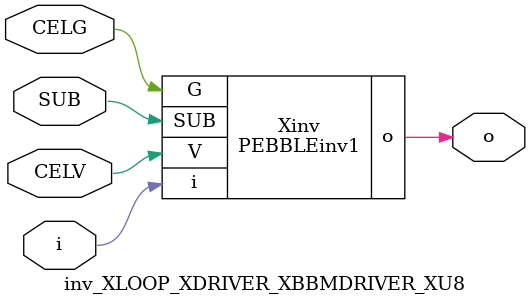
<source format=v>



module PEBBLEinv1 ( o, G, SUB, V, i );

  input V;
  input i;
  input G;
  output o;
  input SUB;
endmodule

//Celera Confidential Do Not Copy inv_XLOOP_XDRIVER_XBBMDRIVER_XU8
//Celera Confidential Symbol Generator
//5V Inverter
module inv_XLOOP_XDRIVER_XBBMDRIVER_XU8 (CELV,CELG,i,o,SUB);
input CELV;
input CELG;
input i;
input SUB;
output o;

//Celera Confidential Do Not Copy inv
PEBBLEinv1 Xinv(
.V (CELV),
.i (i),
.o (o),
.SUB (SUB),
.G (CELG)
);
//,diesize,PEBBLEinv1

//Celera Confidential Do Not Copy Module End
//Celera Schematic Generator
endmodule

</source>
